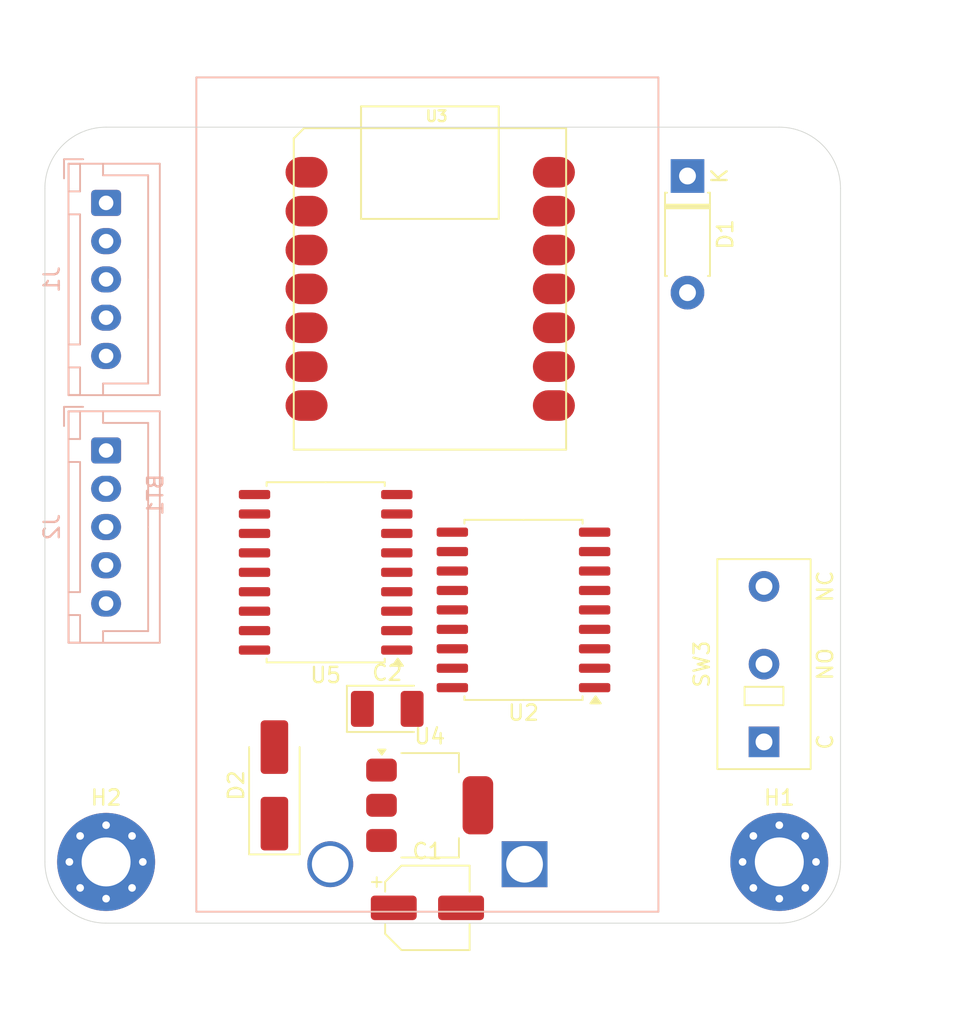
<source format=kicad_pcb>
(kicad_pcb (version 20240108) (generator "pcbnew") (generator_version "8.0")
  (layers (0 "F.Cu" signal) (31 "B.Cu" signal) (34 "B.Paste" user) (35 "F.Paste" user) (36 "B.SilkS" user "B.Silkscreen") (37 "F.SilkS" user "F.Silkscreen") (38 "B.Mask" user) (39 "F.Mask" user) (44 "Edge.Cuts" user))
  (net 0 "")
  (net 1 "+9V")
  (net 2 "GND")
  (net 3 "Net-(J1-Pin_1)")
  (net 4 "Net-(J1-Pin_4)")
  (net 5 "Net-(J1-Pin_2)")
  (net 6 "Net-(J1-Pin_3)")
  (net 7 "Net-(J2-Pin_3)")
  (net 8 "Net-(J2-Pin_4)")
  (net 9 "Net-(J2-Pin_2)")
  (net 10 "Net-(J2-Pin_1)")
  (net 11 "+5V")
  (net 12 "Net-(U2-GP2)")
  (net 13 "Net-(U2-GP4)")
  (net 14 "Net-(U2-GP6)")
  (net 15 "Net-(U2-GP1)")
  (net 16 "Net-(U2-GP7)")
  (net 17 "Net-(U2-GP0)")
  (net 18 "Net-(U2-GP3)")
  (net 19 "+3.3V")
  (net 34 "Net-(D1-K)")
  (net 35 "Net-(U2-GP5)")
  (net 36 "Net-(U3-PA7_A8_D8_SCK)")
  (net 37 "SCL")
  (net 38 "SDA")
  (footprint "Package_SO:SOIC-18W_7.5x11.6mm_P1.27mm" (layer "F.Cu") (at 68.35 95.08 180)
    (property "Reference" "U5" (at 0 -6.72 0) (layer "F.SilkS"))
    (property "Value" "ULN2803A")
    (fp_line (start 3.86 5.885) (end 3.86 5.64) (stroke (width 0.12)) (layer "F.SilkS"))
    (fp_line (start 3.86 -5.885) (end 3.86 -5.64) (stroke (width 0.12)) (layer "F.SilkS"))
    (fp_line (start 0 5.885) (end 3.86 5.885) (stroke (width 0.12)) (layer "F.SilkS"))
    (fp_line (start 0 5.885) (end -3.86 5.885) (stroke (width 0.12)) (layer "F.SilkS"))
    (fp_line (start 0 -5.885) (end 3.86 -5.885) (stroke (width 0.12)) (layer "F.SilkS"))
    (fp_line (start 0 -5.885) (end -3.86 -5.885) (stroke (width 0.12)) (layer "F.SilkS"))
    (fp_line (start -3.86 5.885) (end -3.86 5.64) (stroke (width 0.12)) (layer "F.SilkS"))
    (fp_line (start -3.86 -5.885) (end -3.86 -5.64) (stroke (width 0.12)) (layer "F.SilkS"))
    (fp_poly (pts (xy -4.7125 -5.64) (xy -5.0525 -6.11) (xy -4.3725 -6.11) (xy -4.7125 -5.64)) (stroke (width 0.12)) (fill solid) (layer "F.SilkS"))
    (pad "1" smd roundrect (at -4.65 -5.08 180) (size 2.05 0.6) (layers "F.Cu" "F.Paste" "F.Mask") (net 16 "Net-(U2-GP7)"))
    (pad "2" smd roundrect (at -4.65 -3.81 180) (size 2.05 0.6) (layers "F.Cu" "F.Paste" "F.Mask") (net 14 "Net-(U2-GP6)"))
    (pad "3" smd roundrect (at -4.65 -2.54 180) (size 2.05 0.6) (layers "F.Cu" "F.Paste" "F.Mask") (net 35 "Net-(U2-GP5)"))
    (pad "4" smd roundrect (at -4.65 -1.27 180) (size 2.05 0.6) (layers "F.Cu" "F.Paste" "F.Mask") (net 13 "Net-(U2-GP4)"))
    (pad "5" smd roundrect (at -4.65 0 180) (size 2.05 0.6) (layers "F.Cu" "F.Paste" "F.Mask") (net 18 "Net-(U2-GP3)"))
    (pad "6" smd roundrect (at -4.65 1.27 180) (size 2.05 0.6) (layers "F.Cu" "F.Paste" "F.Mask") (net 12 "Net-(U2-GP2)"))
    (pad "7" smd roundrect (at -4.65 2.54 180) (size 2.05 0.6) (layers "F.Cu" "F.Paste" "F.Mask") (net 15 "Net-(U2-GP1)"))
    (pad "8" smd roundrect (at -4.65 3.81 180) (size 2.05 0.6) (layers "F.Cu" "F.Paste" "F.Mask") (net 17 "Net-(U2-GP0)"))
    (pad "9" smd roundrect (at -4.65 5.08 180) (size 2.05 0.6) (layers "F.Cu" "F.Paste" "F.Mask") (net 2 "GND"))
    (pad "10" smd roundrect (at 4.65 5.08 180) (size 2.05 0.6) (layers "F.Cu" "F.Paste" "F.Mask") (net 1 "+9V"))
    (pad "11" smd roundrect (at 4.65 3.81 180) (size 2.05 0.6) (layers "F.Cu" "F.Paste" "F.Mask") (net 3 "Net-(J1-Pin_1)"))
    (pad "12" smd roundrect (at 4.65 2.54 180) (size 2.05 0.6) (layers "F.Cu" "F.Paste" "F.Mask") (net 5 "Net-(J1-Pin_2)"))
    (pad "13" smd roundrect (at 4.65 1.27 180) (size 2.05 0.6) (layers "F.Cu" "F.Paste" "F.Mask") (net 6 "Net-(J1-Pin_3)"))
    (pad "14" smd roundrect (at 4.65 0 180) (size 2.05 0.6) (layers "F.Cu" "F.Paste" "F.Mask") (net 4 "Net-(J1-Pin_4)"))
    (pad "15" smd roundrect (at 4.65 -1.27 180) (size 2.05 0.6) (layers "F.Cu" "F.Paste" "F.Mask") (net 10 "Net-(J2-Pin_1)"))
    (pad "16" smd roundrect (at 4.65 -2.54 180) (size 2.05 0.6) (layers "F.Cu" "F.Paste" "F.Mask") (net 9 "Net-(J2-Pin_2)"))
    (pad "17" smd roundrect (at 4.65 -3.81 180) (size 2.05 0.6) (layers "F.Cu" "F.Paste" "F.Mask") (net 7 "Net-(J2-Pin_3)"))
    (pad "18" smd roundrect (at 4.65 -5.08 180) (size 2.05 0.6) (layers "F.Cu" "F.Paste" "F.Mask") (net 8 "Net-(J2-Pin_4)"))
  )
  (footprint "MountingHole:MountingHole_3.2mm_M3_Pad_Via" (layer "F.Cu") (at 98 114)
    (property "Reference" "H1" (at 0 -4.2 0) (layer "F.SilkS"))
    (property "Value" "MountingHole_Pad")
    (pad "1" thru_hole circle (at -2.4 0) (size 0.8 0.8) (drill 0.5) (layers "*.Cu" "*.Mask") (net 2 "GND"))
    (pad "1" thru_hole circle (at -1.697056 -1.697056) (size 0.8 0.8) (drill 0.5) (layers "*.Cu" "*.Mask") (net 2 "GND"))
    (pad "1" thru_hole circle (at -1.697056 1.697056) (size 0.8 0.8) (drill 0.5) (layers "*.Cu" "*.Mask") (net 2 "GND"))
    (pad "1" thru_hole circle (at 0 -2.4) (size 0.8 0.8) (drill 0.5) (layers "*.Cu" "*.Mask") (net 2 "GND"))
    (pad "1" thru_hole circle (at 0 0) (size 6.4 6.4) (drill 3.2) (layers "*.Cu" "*.Mask") (net 2 "GND"))
    (pad "1" thru_hole circle (at 0 2.4) (size 0.8 0.8) (drill 0.5) (layers "*.Cu" "*.Mask") (net 2 "GND"))
    (pad "1" thru_hole circle (at 1.697056 -1.697056) (size 0.8 0.8) (drill 0.5) (layers "*.Cu" "*.Mask") (net 2 "GND"))
    (pad "1" thru_hole circle (at 1.697056 1.697056) (size 0.8 0.8) (drill 0.5) (layers "*.Cu" "*.Mask") (net 2 "GND"))
    (pad "1" thru_hole circle (at 2.4 0) (size 0.8 0.8) (drill 0.5) (layers "*.Cu" "*.Mask") (net 2 "GND"))
  )
  (footprint "Package_SO:SOIC-18W_7.5x11.6mm_P1.27mm" (layer "F.Cu") (at 81.28 97.536 180)
    (property "Reference" "U2" (at 0 -6.72 0) (layer "F.SilkS"))
    (property "Value" "MCP23008-xSO")
    (fp_line (start 3.86 5.885) (end 3.86 5.64) (stroke (width 0.12)) (layer "F.SilkS"))
    (fp_line (start 3.86 -5.885) (end 3.86 -5.64) (stroke (width 0.12)) (layer "F.SilkS"))
    (fp_line (start 0 5.885) (end 3.86 5.885) (stroke (width 0.12)) (layer "F.SilkS"))
    (fp_line (start 0 5.885) (end -3.86 5.885) (stroke (width 0.12)) (layer "F.SilkS"))
    (fp_line (start 0 -5.885) (end 3.86 -5.885) (stroke (width 0.12)) (layer "F.SilkS"))
    (fp_line (start 0 -5.885) (end -3.86 -5.885) (stroke (width 0.12)) (layer "F.SilkS"))
    (fp_line (start -3.86 5.885) (end -3.86 5.64) (stroke (width 0.12)) (layer "F.SilkS"))
    (fp_line (start -3.86 -5.885) (end -3.86 -5.64) (stroke (width 0.12)) (layer "F.SilkS"))
    (fp_poly (pts (xy -4.7125 -5.64) (xy -5.0525 -6.11) (xy -4.3725 -6.11) (xy -4.7125 -5.64)) (stroke (width 0.12)) (fill solid) (layer "F.SilkS"))
    (pad "1" smd roundrect (at -4.65 -5.08 180) (size 2.05 0.6) (layers "F.Cu" "F.Paste" "F.Mask") (net 37 "SCL"))
    (pad "2" smd roundrect (at -4.65 -3.81 180) (size 2.05 0.6) (layers "F.Cu" "F.Paste" "F.Mask") (net 38 "SDA"))
    (pad "3" smd roundrect (at -4.65 -2.54 180) (size 2.05 0.6) (layers "F.Cu" "F.Paste" "F.Mask"))
    (pad "4" smd roundrect (at -4.65 -1.27 180) (size 2.05 0.6) (layers "F.Cu" "F.Paste" "F.Mask"))
    (pad "5" smd roundrect (at -4.65 0 180) (size 2.05 0.6) (layers "F.Cu" "F.Paste" "F.Mask"))
    (pad "6" smd roundrect (at -4.65 1.27 180) (size 2.05 0.6) (layers "F.Cu" "F.Paste" "F.Mask"))
    (pad "7" smd roundrect (at -4.65 2.54 180) (size 2.05 0.6) (layers "F.Cu" "F.Paste" "F.Mask"))
    (pad "8" smd roundrect (at -4.65 3.81 180) (size 2.05 0.6) (layers "F.Cu" "F.Paste" "F.Mask"))
    (pad "9" smd roundrect (at -4.65 5.08 180) (size 2.05 0.6) (layers "F.Cu" "F.Paste" "F.Mask") (net 2 "GND"))
    (pad "10" smd roundrect (at 4.65 5.08 180) (size 2.05 0.6) (layers "F.Cu" "F.Paste" "F.Mask") (net 17 "Net-(U2-GP0)"))
    (pad "11" smd roundrect (at 4.65 3.81 180) (size 2.05 0.6) (layers "F.Cu" "F.Paste" "F.Mask") (net 15 "Net-(U2-GP1)"))
    (pad "12" smd roundrect (at 4.65 2.54 180) (size 2.05 0.6) (layers "F.Cu" "F.Paste" "F.Mask") (net 12 "Net-(U2-GP2)"))
    (pad "13" smd roundrect (at 4.65 1.27 180) (size 2.05 0.6) (layers "F.Cu" "F.Paste" "F.Mask") (net 18 "Net-(U2-GP3)"))
    (pad "14" smd roundrect (at 4.65 0 180) (size 2.05 0.6) (layers "F.Cu" "F.Paste" "F.Mask") (net 13 "Net-(U2-GP4)"))
    (pad "15" smd roundrect (at 4.65 -1.27 180) (size 2.05 0.6) (layers "F.Cu" "F.Paste" "F.Mask") (net 35 "Net-(U2-GP5)"))
    (pad "16" smd roundrect (at 4.65 -2.54 180) (size 2.05 0.6) (layers "F.Cu" "F.Paste" "F.Mask") (net 14 "Net-(U2-GP6)"))
    (pad "17" smd roundrect (at 4.65 -3.81 180) (size 2.05 0.6) (layers "F.Cu" "F.Paste" "F.Mask") (net 16 "Net-(U2-GP7)"))
    (pad "18" smd roundrect (at 4.65 -5.08 180) (size 2.05 0.6) (layers "F.Cu" "F.Paste" "F.Mask") (net 19 "+3.3V"))
  )
  (footprint "Button_Switch_THT:SW_XKB_DM1-16UP-1" (layer "F.Cu") (at 97 106.16 90)
    (property "Reference" "SW3" (at 5.08 -4.064 90) (layer "F.SilkS"))
    (property "Value" "SW_Push")
    (fp_rect (start 11.938 -3.048) (end -1.778 3.048) (stroke (width 0.12)) (fill none) (layer "F.SilkS"))
    (fp_rect (start 2.4 -1.27) (end 3.6 1.27) (stroke (width 0.12)) (fill none) (layer "F.SilkS"))
    (fp_text user "NC" (at 10.16 4 90) (layer "F.SilkS"))
    (fp_text user "NO" (at 5.08 4 90) (layer "F.SilkS"))
    (fp_text user "C" (at 0 4 90) (layer "F.SilkS"))
    (pad "1" thru_hole rect (at 0 0 90) (size 2 2) (drill 1.1) (layers "*.Cu" "*.Mask") (net 36 "Net-(U3-PA7_A8_D8_SCK)"))
    (pad "2" thru_hole circle (at 5.08 0 90) (size 2 2) (drill 1.1) (layers "*.Cu" "*.Mask") (net 2 "GND"))
    (pad "3" thru_hole circle (at 10.16 0 90) (size 2 2) (drill 1.1) (layers "*.Cu" "*.Mask"))
  )
  (footprint "MountingHole:MountingHole_3.2mm_M3_Pad_Via" (layer "F.Cu") (at 54 114)
    (property "Reference" "H2" (at 0 -4.2 0) (layer "F.SilkS"))
    (property "Value" "MountingHole_Pad")
    (pad "1" thru_hole circle (at -2.4 0) (size 0.8 0.8) (drill 0.5) (layers "*.Cu" "*.Mask") (net 2 "GND"))
    (pad "1" thru_hole circle (at -1.697056 -1.697056) (size 0.8 0.8) (drill 0.5) (layers "*.Cu" "*.Mask") (net 2 "GND"))
    (pad "1" thru_hole circle (at -1.697056 1.697056) (size 0.8 0.8) (drill 0.5) (layers "*.Cu" "*.Mask") (net 2 "GND"))
    (pad "1" thru_hole circle (at 0 -2.4) (size 0.8 0.8) (drill 0.5) (layers "*.Cu" "*.Mask") (net 2 "GND"))
    (pad "1" thru_hole circle (at 0 0) (size 6.4 6.4) (drill 3.2) (layers "*.Cu" "*.Mask") (net 2 "GND"))
    (pad "1" thru_hole circle (at 0 2.4) (size 0.8 0.8) (drill 0.5) (layers "*.Cu" "*.Mask") (net 2 "GND"))
    (pad "1" thru_hole circle (at 1.697056 -1.697056) (size 0.8 0.8) (drill 0.5) (layers "*.Cu" "*.Mask") (net 2 "GND"))
    (pad "1" thru_hole circle (at 1.697056 1.697056) (size 0.8 0.8) (drill 0.5) (layers "*.Cu" "*.Mask") (net 2 "GND"))
    (pad "1" thru_hole circle (at 2.4 0) (size 0.8 0.8) (drill 0.5) (layers "*.Cu" "*.Mask") (net 2 "GND"))
  )
  (footprint "Diode_THT:D_DO-41_SOD81_P7.62mm_Horizontal" (layer "F.Cu") (at 92 69.19 -90)
    (property "Reference" "D1" (at 3.81 -2.47 90) (layer "F.SilkS"))
    (property "Value" "1N5817")
    (fp_line (start 1.09 1.47) (end 6.53 1.47) (stroke (width 0.12)) (layer "F.SilkS"))
    (fp_line (start 6.53 1.47) (end 6.53 1.34) (stroke (width 0.12)) (layer "F.SilkS"))
    (fp_line (start 1.09 1.34) (end 1.09 1.47) (stroke (width 0.12)) (layer "F.SilkS"))
    (fp_line (start 1.09 -1.34) (end 1.09 -1.47) (stroke (width 0.12)) (layer "F.SilkS"))
    (fp_line (start 1.09 -1.47) (end 6.53 -1.47) (stroke (width 0.12)) (layer "F.SilkS"))
    (fp_line (start 1.87 -1.47) (end 1.87 1.47) (stroke (width 0.12)) (layer "F.SilkS"))
    (fp_line (start 1.99 -1.47) (end 1.99 1.47) (stroke (width 0.12)) (layer "F.SilkS"))
    (fp_line (start 2.11 -1.47) (end 2.11 1.47) (stroke (width 0.12)) (layer "F.SilkS"))
    (fp_line (start 6.53 -1.47) (end 6.53 -1.34) (stroke (width 0.12)) (layer "F.SilkS"))
    (fp_text user "K" (at 0 -2.1 90) (layer "F.SilkS"))
    (pad "1" thru_hole rect (at 0 0 270) (size 2.2 2.2) (drill 1.1) (layers "*.Cu" "*.Mask") (net 34 "Net-(D1-K)"))
    (pad "2" thru_hole oval (at 7.62 0 270) (size 2.2 2.2) (drill 1.1) (layers "*.Cu" "*.Mask") (net 11 "+5V"))
  )
  (footprint "xiao ESP32C3_PCB:MOUDLE14P-SMD-2.54-21X17.8MM" (layer "F.Cu") (at 66.2665 87.06525)
    (property "Reference" "U3" (at 9.3345 -21.7805 0) (layer "F.SilkS") (effects (font (size 0.7 0.7))))
    (property "Value" "MOUDLE-SEEEDUINO-XIAO-ESP32C3")
    (fp_line (start 0 -20.3285) (end 0 0) (stroke (width 0.127)) (layer "F.SilkS"))
    (fp_line (start 0 0) (end 17.8 0) (stroke (width 0.127)) (layer "F.SilkS"))
    (fp_line (start 0.671541 -21) (end 0 -20.3285) (stroke (width 0.127)) (layer "F.SilkS"))
    (fp_line (start 4.396 -15.072) (end 4.396 -22.425) (stroke (width 0.127)) (layer "F.SilkS"))
    (fp_line (start 4.4 -22.424) (end 13.395 -22.424) (stroke (width 0.127)) (layer "F.SilkS"))
    (fp_line (start 13.395 -22.424) (end 13.395 -15.072) (stroke (width 0.127)) (layer "F.SilkS"))
    (fp_line (start 13.395 -15.072) (end 4.396 -15.072) (stroke (width 0.127)) (layer "F.SilkS"))
    (fp_line (start 17.8 -21) (end 0.671541 -21) (stroke (width 0.127)) (layer "F.SilkS"))
    (fp_line (start 17.8 0) (end 17.8 -21) (stroke (width 0.127)) (layer "F.SilkS"))
    (pad "1" smd roundrect (at 0.835 -18.12) (size 2.75 2) (layers "F.Cu" "F.Paste" "F.Mask") (roundrect_rratio 0.5))
    (pad "2" smd roundrect (at 0.835 -15.58) (size 2.75 2) (layers "F.Cu" "F.Paste" "F.Mask") (roundrect_rratio 0.5))
    (pad "3" smd roundrect (at 0.835 -13.04) (size 2.75 2) (layers "F.Cu" "F.Paste" "F.Mask") (roundrect_rratio 0.5))
    (pad "4" smd roundrect (at 0.835 -10.5) (size 2.75 2) (layers "F.Cu" "F.Paste" "F.Mask") (roundrect_rratio 0.5))
    (pad "5" smd roundrect (at 0.835 -7.96) (size 2.75 2) (layers "F.Cu" "F.Paste" "F.Mask") (roundrect_rratio 0.5) (net 38 "SDA"))
    (pad "6" smd roundrect (at 0.835 -5.42) (size 2.75 2) (layers "F.Cu" "F.Paste" "F.Mask") (roundrect_rratio 0.5) (net 37 "SCL"))
    (pad "7" smd roundrect (at 0.835 -2.88) (size 2.75 2) (layers "F.Cu" "F.Paste" "F.Mask") (roundrect_rratio 0.5))
    (pad "8" smd roundrect (at 17 -2.88) (size 2.75 2) (layers "F.Cu" "F.Paste" "F.Mask") (roundrect_rratio 0.5))
    (pad "9" smd roundrect (at 17 -5.42) (size 2.75 2) (layers "F.Cu" "F.Paste" "F.Mask") (roundrect_rratio 0.5) (net 36 "Net-(U3-PA7_A8_D8_SCK)"))
    (pad "10" smd roundrect (at 17 -7.96) (size 2.75 2) (layers "F.Cu" "F.Paste" "F.Mask") (roundrect_rratio 0.5))
    (pad "11" smd roundrect (at 17 -10.5) (size 2.75 2) (layers "F.Cu" "F.Paste" "F.Mask") (roundrect_rratio 0.5))
    (pad "12" smd roundrect (at 17 -13.04) (size 2.75 2) (layers "F.Cu" "F.Paste" "F.Mask") (roundrect_rratio 0.5) (net 19 "+3.3V"))
    (pad "13" smd roundrect (at 17 -15.58) (size 2.75 2) (layers "F.Cu" "F.Paste" "F.Mask") (roundrect_rratio 0.5) (net 2 "GND"))
    (pad "14" smd roundrect (at 17 -18.12) (size 2.75 2) (layers "F.Cu" "F.Paste" "F.Mask") (roundrect_rratio 0.5) (net 34 "Net-(D1-K)"))
  )
  (footprint "Capacitor_SMD:CP_Elec_5x5.4" (layer "F.Cu") (at 75 117)
    (property "Reference" "C1" (at 0 -3.7 0) (layer "F.SilkS"))
    (property "Value" "10uF")
    (fp_line (start -3.625 -1.685) (end -3 -1.685) (stroke (width 0.12)) (layer "F.SilkS"))
    (fp_line (start -3.3125 -1.9975) (end -3.3125 -1.3725) (stroke (width 0.12)) (layer "F.SilkS"))
    (fp_line (start -2.76 -1.695563) (end -2.76 -1.06) (stroke (width 0.12)) (layer "F.SilkS"))
    (fp_line (start -2.76 -1.695563) (end -1.695563 -2.76) (stroke (width 0.12)) (layer "F.SilkS"))
    (fp_line (start -2.76 1.695563) (end -2.76 1.06) (stroke (width 0.12)) (layer "F.SilkS"))
    (fp_line (start -2.76 1.695563) (end -1.695563 2.76) (stroke (width 0.12)) (layer "F.SilkS"))
    (fp_line (start -1.695563 -2.76) (end 2.76 -2.76) (stroke (width 0.12)) (layer "F.SilkS"))
    (fp_line (start -1.695563 2.76) (end 2.76 2.76) (stroke (width 0.12)) (layer "F.SilkS"))
    (fp_line (start 2.76 -2.76) (end 2.76 -1.06) (stroke (width 0.12)) (layer "F.SilkS"))
    (fp_line (start 2.76 2.76) (end 2.76 1.06) (stroke (width 0.12)) (layer "F.SilkS"))
    (pad "1" smd roundrect (at -2.2 0) (size 3 1.6) (layers "F.Cu" "F.Paste" "F.Mask") (roundrect_rratio 0.15625) (net 1 "+9V"))
    (pad "2" smd roundrect (at 2.2 0) (size 3 1.6) (layers "F.Cu" "F.Paste" "F.Mask") (roundrect_rratio 0.15625) (net 2 "GND"))
  )
  (footprint "Package_TO_SOT_SMD:SOT-223-3_TabPin2" (layer "F.Cu") (at 75.15 110.3)
    (property "Reference" "U4" (at 0 -4.5 0) (layer "F.SilkS"))
    (property "Value" "AMS1117-5.0")
    (fp_line (start -1.85 -3.41) (end 1.91 -3.41) (stroke (width 0.12)) (layer "F.SilkS"))
    (fp_line (start -1.85 3.41) (end 1.91 3.41) (stroke (width 0.12)) (layer "F.SilkS"))
    (fp_line (start 1.91 -3.41) (end 1.91 -2.15) (stroke (width 0.12)) (layer "F.SilkS"))
    (fp_line (start 1.91 3.41) (end 1.91 2.15) (stroke (width 0.12)) (layer "F.SilkS"))
    (fp_poly (pts (xy -3.13 -3.31) (xy -3.37 -3.64) (xy -2.89 -3.64) (xy -3.13 -3.31)) (stroke (width 0.12)) (fill solid) (layer "F.SilkS"))
    (pad "1" smd roundrect (at -3.15 -2.3) (size 2 1.5) (layers "F.Cu" "F.Paste" "F.Mask") (net 2 "GND"))
    (pad "2" smd roundrect (at -3.15 0) (size 2 1.5) (layers "F.Cu" "F.Paste" "F.Mask") (net 11 "+5V"))
    (pad "2" smd roundrect (at 3.15 0) (size 2 3.8) (layers "F.Cu" "F.Paste" "F.Mask") (net 11 "+5V"))
    (pad "3" smd roundrect (at -3.15 2.3) (size 2 1.5) (layers "F.Cu" "F.Paste" "F.Mask") (net 1 "+9V"))
  )
  (footprint "Capacitor_Tantalum_SMD:CP_EIA-3528-12_Kemet-T_Pad1.50x2.35mm_HandSolder" (layer "F.Cu") (at 72.375 104)
    (property "Reference" "C2" (at 0 -2.35 0) (layer "F.SilkS"))
    (property "Value" "22uF")
    (fp_line (start -2.635 -1.51) (end -2.635 1.51) (stroke (width 0.12)) (layer "F.SilkS"))
    (fp_line (start -2.635 1.51) (end 1.75 1.51) (stroke (width 0.12)) (layer "F.SilkS"))
    (fp_line (start 1.75 -1.51) (end -2.635 -1.51) (stroke (width 0.12)) (layer "F.SilkS"))
    (pad "1" smd roundrect (at -1.625 0) (size 1.5 2.35) (layers "F.Cu" "F.Paste" "F.Mask") (roundrect_rratio 0.166667) (net 11 "+5V"))
    (pad "2" smd roundrect (at 1.625 0) (size 1.5 2.35) (layers "F.Cu" "F.Paste" "F.Mask") (roundrect_rratio 0.166667) (net 2 "GND"))
  )
  (footprint "Diode_SMD:D_SMA_Handsoldering" (layer "F.Cu") (at 65 109 90)
    (property "Reference" "D2" (at 0 -2.5 90) (layer "F.SilkS"))
    (property "Value" "D_Small")
    (fp_line (start -4.51 -1.65) (end 2.5 -1.65) (stroke (width 0.12)) (layer "F.SilkS"))
    (fp_line (start -4.51 -1.65) (end -4.51 1.65) (stroke (width 0.12)) (layer "F.SilkS"))
    (fp_line (start -4.51 1.65) (end 2.5 1.65) (stroke (width 0.12)) (layer "F.SilkS"))
    (pad "1" smd roundrect (at -2.5 0 90) (size 3.5 1.8) (layers "F.Cu" "F.Paste" "F.Mask") (roundrect_rratio 0.1388888889) (net 1 "+9V"))
    (pad "2" smd roundrect (at 2.5 0 90) (size 3.5 1.8) (layers "F.Cu" "F.Paste" "F.Mask") (roundrect_rratio 0.1388888889) (net 11 "+5V"))
  )
  (footprint "Connector_JST:JST_XH_B5B-XH-A_1x05_P2.50mm_Vertical" (layer "B.Cu") (at 54 87.122 -90)
    (property "Reference" "J2" (at 5 3.55 90) (layer "B.SilkS") (effects (justify mirror)))
    (property "Value" "Conn_01x05")
    (fp_line (start -2.85 2.75) (end -1.6 2.75) (stroke (width 0.12)) (layer "B.SilkS"))
    (fp_line (start -2.56 2.46) (end 12.56 2.46) (stroke (width 0.12)) (layer "B.SilkS"))
    (fp_line (start 12.56 2.46) (end 12.56 -3.51) (stroke (width 0.12)) (layer "B.SilkS"))
    (fp_line (start -2.55 2.45) (end -0.75 2.45) (stroke (width 0.12)) (layer "B.SilkS"))
    (fp_line (start -0.75 2.45) (end -0.75 1.7) (stroke (width 0.12)) (layer "B.SilkS"))
    (fp_line (start 0.75 2.45) (end 9.25 2.45) (stroke (width 0.12)) (layer "B.SilkS"))
    (fp_line (start 9.25 2.45) (end 9.25 1.7) (stroke (width 0.12)) (layer "B.SilkS"))
    (fp_line (start 10.75 2.45) (end 12.55 2.45) (stroke (width 0.12)) (layer "B.SilkS"))
    (fp_line (start 12.55 2.45) (end 12.55 1.7) (stroke (width 0.12)) (layer "B.SilkS"))
    (fp_line (start -2.55 1.7) (end -2.55 2.45) (stroke (width 0.12)) (layer "B.SilkS"))
    (fp_line (start -0.75 1.7) (end -2.55 1.7) (stroke (width 0.12)) (layer "B.SilkS"))
    (fp_line (start 0.75 1.7) (end 0.75 2.45) (stroke (width 0.12)) (layer "B.SilkS"))
    (fp_line (start 9.25 1.7) (end 0.75 1.7) (stroke (width 0.12)) (layer "B.SilkS"))
    (fp_line (start 10.75 1.7) (end 10.75 2.45) (stroke (width 0.12)) (layer "B.SilkS"))
    (fp_line (start 12.55 1.7) (end 10.75 1.7) (stroke (width 0.12)) (layer "B.SilkS"))
    (fp_line (start -2.85 1.5) (end -2.85 2.75) (stroke (width 0.12)) (layer "B.SilkS"))
    (fp_line (start -1.8 0.2) (end -2.55 0.2) (stroke (width 0.12)) (layer "B.SilkS"))
    (fp_line (start 11.8 0.2) (end 12.55 0.2) (stroke (width 0.12)) (layer "B.SilkS"))
    (fp_line (start -1.8 -2.75) (end -1.8 0.2) (stroke (width 0.12)) (layer "B.SilkS"))
    (fp_line (start 5 -2.75) (end -1.8 -2.75) (stroke (width 0.12)) (layer "B.SilkS"))
    (fp_line (start 5 -2.75) (end 11.8 -2.75) (stroke (width 0.12)) (layer "B.SilkS"))
    (fp_line (start 11.8 -2.75) (end 11.8 0.2) (stroke (width 0.12)) (layer "B.SilkS"))
    (fp_line (start -2.56 -3.51) (end -2.56 2.46) (stroke (width 0.12)) (layer "B.SilkS"))
    (fp_line (start 12.56 -3.51) (end -2.56 -3.51) (stroke (width 0.12)) (layer "B.SilkS"))
    (pad "1" thru_hole roundrect (at 0 0 270) (size 1.7 1.95) (drill 0.95) (layers "*.Cu" "*.Mask") (roundrect_rratio 0.147059) (net 10 "Net-(J2-Pin_1)"))
    (pad "2" thru_hole oval (at 2.5 0 270) (size 1.7 1.95) (drill 0.95) (layers "*.Cu" "*.Mask") (net 9 "Net-(J2-Pin_2)"))
    (pad "3" thru_hole oval (at 5 0 270) (size 1.7 1.95) (drill 0.95) (layers "*.Cu" "*.Mask") (net 7 "Net-(J2-Pin_3)"))
    (pad "4" thru_hole oval (at 7.5 0 270) (size 1.7 1.95) (drill 0.95) (layers "*.Cu" "*.Mask") (net 8 "Net-(J2-Pin_4)"))
    (pad "5" thru_hole oval (at 10 0 270) (size 1.7 1.95) (drill 0.95) (layers "*.Cu" "*.Mask") (net 1 "+9V"))
  )
  (footprint "Connector_JST:JST_XH_B5B-XH-A_1x05_P2.50mm_Vertical" (layer "B.Cu") (at 54 70.946 -90)
    (property "Reference" "J1" (at 5 3.55 90) (layer "B.SilkS") (effects (justify mirror)))
    (property "Value" "Conn_01x05")
    (fp_line (start -2.85 2.75) (end -1.6 2.75) (stroke (width 0.12)) (layer "B.SilkS"))
    (fp_line (start -2.56 2.46) (end 12.56 2.46) (stroke (width 0.12)) (layer "B.SilkS"))
    (fp_line (start 12.56 2.46) (end 12.56 -3.51) (stroke (width 0.12)) (layer "B.SilkS"))
    (fp_line (start -2.55 2.45) (end -0.75 2.45) (stroke (width 0.12)) (layer "B.SilkS"))
    (fp_line (start -0.75 2.45) (end -0.75 1.7) (stroke (width 0.12)) (layer "B.SilkS"))
    (fp_line (start 0.75 2.45) (end 9.25 2.45) (stroke (width 0.12)) (layer "B.SilkS"))
    (fp_line (start 9.25 2.45) (end 9.25 1.7) (stroke (width 0.12)) (layer "B.SilkS"))
    (fp_line (start 10.75 2.45) (end 12.55 2.45) (stroke (width 0.12)) (layer "B.SilkS"))
    (fp_line (start 12.55 2.45) (end 12.55 1.7) (stroke (width 0.12)) (layer "B.SilkS"))
    (fp_line (start -2.55 1.7) (end -2.55 2.45) (stroke (width 0.12)) (layer "B.SilkS"))
    (fp_line (start -0.75 1.7) (end -2.55 1.7) (stroke (width 0.12)) (layer "B.SilkS"))
    (fp_line (start 0.75 1.7) (end 0.75 2.45) (stroke (width 0.12)) (layer "B.SilkS"))
    (fp_line (start 9.25 1.7) (end 0.75 1.7) (stroke (width 0.12)) (layer "B.SilkS"))
    (fp_line (start 10.75 1.7) (end 10.75 2.45) (stroke (width 0.12)) (layer "B.SilkS"))
    (fp_line (start 12.55 1.7) (end 10.75 1.7) (stroke (width 0.12)) (layer "B.SilkS"))
    (fp_line (start -2.85 1.5) (end -2.85 2.75) (stroke (width 0.12)) (layer "B.SilkS"))
    (fp_line (start -1.8 0.2) (end -2.55 0.2) (stroke (width 0.12)) (layer "B.SilkS"))
    (fp_line (start 11.8 0.2) (end 12.55 0.2) (stroke (width 0.12)) (layer "B.SilkS"))
    (fp_line (start -1.8 -2.75) (end -1.8 0.2) (stroke (width 0.12)) (layer "B.SilkS"))
    (fp_line (start 5 -2.75) (end -1.8 -2.75) (stroke (width 0.12)) (layer "B.SilkS"))
    (fp_line (start 5 -2.75) (end 11.8 -2.75) (stroke (width 0.12)) (layer "B.SilkS"))
    (fp_line (start 11.8 -2.75) (end 11.8 0.2) (stroke (width 0.12)) (layer "B.SilkS"))
    (fp_line (start -2.56 -3.51) (end -2.56 2.46) (stroke (width 0.12)) (layer "B.SilkS"))
    (fp_line (start 12.56 -3.51) (end -2.56 -3.51) (stroke (width 0.12)) (layer "B.SilkS"))
    (pad "1" thru_hole roundrect (at 0 0 270) (size 1.7 1.95) (drill 0.95) (layers "*.Cu" "*.Mask") (roundrect_rratio 0.147059) (net 3 "Net-(J1-Pin_1)"))
    (pad "2" thru_hole oval (at 2.5 0 270) (size 1.7 1.95) (drill 0.95) (layers "*.Cu" "*.Mask") (net 5 "Net-(J1-Pin_2)"))
    (pad "3" thru_hole oval (at 5 0 270) (size 1.7 1.95) (drill 0.95) (layers "*.Cu" "*.Mask") (net 6 "Net-(J1-Pin_3)"))
    (pad "4" thru_hole oval (at 7.5 0 270) (size 1.7 1.95) (drill 0.95) (layers "*.Cu" "*.Mask") (net 4 "Net-(J1-Pin_4)"))
    (pad "5" thru_hole oval (at 10 0 270) (size 1.7 1.95) (drill 0.95) (layers "*.Cu" "*.Mask") (net 1 "+9V"))
  )
  (footprint "Battery:BatteryHolder_Eagle_12BH611-GR" (layer "B.Cu") (at 81.35 114.15 -90)
    (property "Reference" "BT1" (at -24.13 24.13 90) (layer "B.SilkS") (effects (justify mirror)))
    (property "Value" "Battery_Cell")
    (fp_line (start -51.4 21.45) (end -51.4 -8.75) (stroke (width 0.12)) (layer "B.SilkS"))
    (fp_line (start 3.1 21.45) (end -51.4 21.45) (stroke (width 0.12)) (layer "B.SilkS"))
    (fp_line (start -51.4 -8.75) (end 3.1 -8.75) (stroke (width 0.12)) (layer "B.SilkS"))
    (fp_line (start 3.1 -8.75) (end 3.1 21.45) (stroke (width 0.12)) (layer "B.SilkS"))
    (pad "" np_thru_hole circle (at -38.9 17.45 270) (size 2.6 2.6) (drill 2.6) (layers "*.Cu" "*.Mask"))
    (pad "" np_thru_hole circle (at -24.15 -4.75 270) (size 2.6 2.6) (drill 2.6) (layers "*.Cu" "*.Mask"))
    (pad "" np_thru_hole circle (at -10.9 17.45 270) (size 2.6 2.6) (drill 2.6) (layers "*.Cu" "*.Mask"))
    (pad "1" thru_hole rect (at 0 0 270) (size 3 3) (drill 2.4) (layers "*.Cu" "*.Mask") (net 1 "+9V"))
    (pad "2" thru_hole circle (at 0 12.7 270) (size 3 3) (drill 2.4) (layers "*.Cu" "*.Mask") (net 2 "GND"))
  )
  (gr_line (start 98 118) (end 54 118) (stroke (width 0.05)) (layer "Edge.Cuts"))
  (gr_line (start 102 70) (end 102 114) (stroke (width 0.05)) (layer "Edge.Cuts"))
  (gr_arc (start 54 118) (mid 51.171573 116.828427) (end 50 114) (stroke (width 0.05)) (layer "Edge.Cuts"))
  (gr_line (start 54 66) (end 98 66) (stroke (width 0.05)) (layer "Edge.Cuts"))
  (gr_arc (start 102 114) (mid 100.828427 116.828427) (end 98 118) (stroke (width 0.05)) (layer "Edge.Cuts"))
  (gr_arc (start 50 70) (mid 51.171573 67.171573) (end 54 66) (stroke (width 0.05)) (layer "Edge.Cuts"))
  (gr_line (start 50 114) (end 50 70) (stroke (width 0.05)) (layer "Edge.Cuts"))
  (gr_arc (start 98 66) (mid 100.828427 67.171573) (end 102 70) (stroke (width 0.05)) (layer "Edge.Cuts"))
)
</source>
